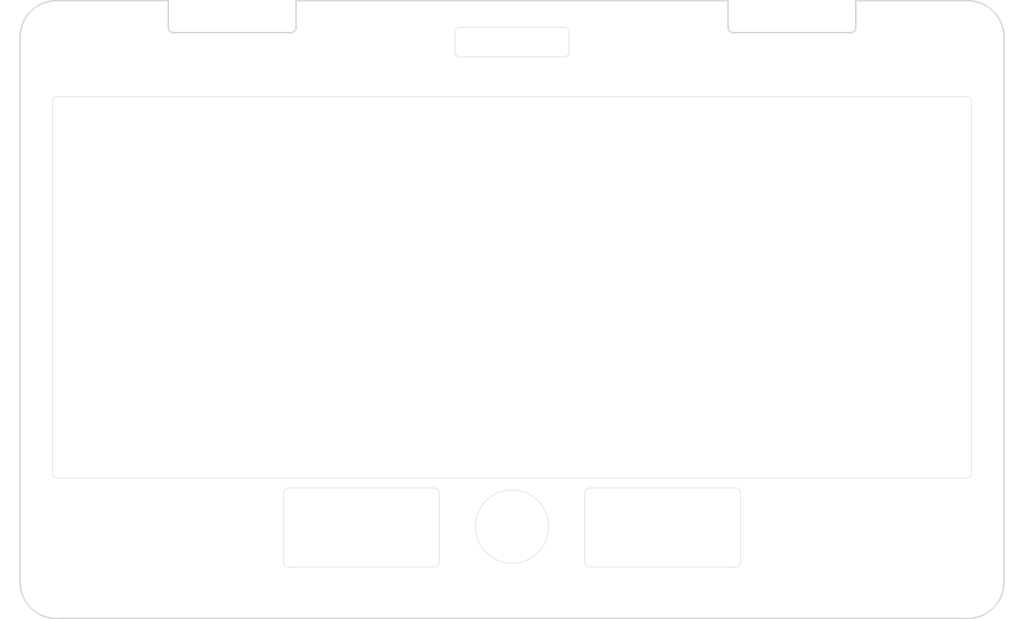
<source format=kicad_pcb>
(kicad_pcb (version 20221018) (generator pcbnew)
  (layers (0 "F.Cu" signal) (31 "B.Cu" signal) (34 "B.Paste" user) (35 "F.Paste" user) (36 "B.SilkS" user "B.Silkscreen") (37 "F.SilkS" user "F.Silkscreen") (38 "B.Mask" user) (39 "F.Mask" user) (44 "Edge.Cuts" user))
  (net 0 "")
  (footprint "MountingHole:MountingHole_2.2mm_M2" (layer "F.Cu") (at 235.05 150.8 180)
    (fp_text reference "REF**" hide)
    (fp_text value "MountingHole_2.2mm_M2")
    (pad "" np_thru_hole circle (at 0 0 180) (size 2.2 2.2) (drill 2.2) (layers "*.Cu" "*.Mask"))
  )
  (footprint "MountingHole:MountingHole_2.2mm_M2" (layer "F.Cu") (at 45.65 35.75 180)
    (fp_text reference "REF**" hide)
    (fp_text value "MountingHole_2.2mm_M2")
    (pad "" np_thru_hole circle (at 0 0 180) (size 2.2 2.2) (drill 2.2) (layers "*.Cu" "*.Mask"))
  )
  (footprint "MountingHole:MountingHole_2.2mm_M2" (layer "F.Cu") (at 45.65 150.8 180)
    (fp_text reference "REF**" hide)
    (fp_text value "MountingHole_2.2mm_M2")
    (pad "" np_thru_hole circle (at 0 0 180) (size 2.2 2.2) (drill 2.2) (layers "*.Cu" "*.Mask"))
  )
  (footprint "MountingHole:MountingHole_2.2mm_M2" (layer "F.Cu") (at 235.05 35.75 180)
    (fp_text reference "REF**" hide)
    (fp_text value "MountingHole_2.2mm_M2")
    (pad "" np_thru_hole circle (at 0 0 180) (size 2.2 2.2) (drill 2.2) (layers "*.Cu" "*.Mask"))
  )
  (gr_line (start 40.820663 151.610438) (end 40.966897 151.940476) (stroke (width 0.264583)) (layer "Edge.Cuts"))
  (gr_line (start 70.888823 36.716802) (end 70.848249 36.690792) (stroke (width 0.264583)) (layer "Edge.Cuts"))
  (gr_line (start 210.136586 36.420689) (end 210.108706 36.459896) (stroke (width 0.264583)) (layer "Edge.Cuts"))
  (gr_line (start 210.208758 36.295121) (end 210.186675 36.338239) (stroke (width 0.264583)) (layer "Edge.Cuts"))
  (gr_line (start 209.409616 36.856408) (end 209.358832 36.860269) (stroke (width 0.264583)) (layer "Edge.Cuts"))
  (gr_line (start 71.355896 36.860269) (end 71.305113 36.856408) (stroke (width 0.264583)) (layer "Edge.Cuts"))
  (gr_line (start 239.585594 34.27699) (end 239.407589 33.962245) (stroke (width 0.264583)) (layer "Edge.Cuts"))
  (gr_line (start 184.475379 36.416363) (end 184.449228 36.374988) (stroke (width 0.264583)) (layer "Edge.Cuts"))
  (gr_line (start 156.2 129.6) (end 185.843754 129.6) (stroke (width 0.1)) (layer "Edge.Cuts"))
  (gr_line (start 96.114478 36.568662) (end 96.114478 36.568662) (stroke (width 0.264583)) (layer "Edge.Cuts"))
  (gr_line (start 40.257361 148.778568) (end 40.257361 148.778568) (stroke (width 0.264583)) (layer "Edge.Cuts"))
  (gr_line (start 184.403249 36.288851) (end 184.383488 36.244253) (stroke (width 0.264583)) (layer "Edge.Cuts"))
  (gr_line (start 41.129142 152.263171) (end 41.307148 152.577916) (stroke (width 0.264583)) (layer "Edge.Cuts"))
  (gr_line (start 235.55245 155.745259) (end 235.889223 155.61529) (stroke (width 0.264583)) (layer "Edge.Cuts"))
  (gr_line (start 46.206962 156.035076) (end 46.564615 156.097481) (stroke (width 0.264583)) (layer "Edge.Cuts"))
  (gr_line (start 185.159698 36.850612) (end 185.111366 36.842179) (stroke (width 0.264583)) (layer "Edge.Cuts"))
  (gr_line (start 70.412518 35.963818) (end 70.408657 35.913032) (stroke (width 0.264583)) (layer "Edge.Cuts"))
  (gr_line (start 96.180905 36.495325) (end 96.148672 36.532736) (stroke (width 0.264583)) (layer "Edge.Cuts"))
  (gr_line (start 185.111366 36.842179) (end 185.063617 36.831413) (stroke (width 0.264583)) (layer "Edge.Cuts"))
  (gr_line (start 95.834654 36.765677) (end 95.790053 36.78544) (stroke (width 0.264583)) (layer "Edge.Cuts"))
  (gr_line (start 47.657371 30.361576) (end 47.657371 30.361576) (stroke (width 0.264583)) (layer "Edge.Cuts"))
  (gr_arc (start 156.156246 145.7) (mid 155.435661 145.3834) (end 155.15 144.65) (stroke (width 0.1)) (layer "Edge.Cuts"))
  (gr_line (start 96.406142 35.911159) (end 96.402477 35.960412) (stroke (width 0.264583)) (layer "Edge.Cuts"))
  (gr_line (start 70.468036 36.205413) (end 70.452314 36.158948) (stroke (width 0.264583)) (layer "Edge.Cuts"))
  (gr_line (start 45.505192 30.681441) (end 45.162289 30.794896) (stroke (width 0.264583)) (layer "Edge.Cuts"))
  (gr_line (start 71.407355 36.86157) (end 71.407355 36.86157) (stroke (width 0.264583)) (layer "Edge.Cuts"))
  (gr_line (start 239.214075 152.884106) (end 239.407589 152.577916) (stroke (width 0.264583)) (layer "Edge.Cuts"))
  (gr_line (start 239.214075 33.656057) (end 239.005304 33.359031) (stroke (width 0.264583)) (layer "Edge.Cuts"))
  (gr_line (start 240.448271 149.145516) (end 240.457366 148.778568) (stroke (width 0.264583)) (layer "Edge.Cuts"))
  (gr_line (start 70.734981 36.601796) (end 70.700252 36.568685) (stroke (width 0.264583)) (layer "Edge.Cuts"))
  (gr_line (start 234.150123 156.097481) (end 234.507777 156.035076) (stroke (width 0.264583)) (layer "Edge.Cuts"))
  (gr_line (start 42.424781 154.011173) (end 42.690681 154.264212) (stroke (width 0.264583)) (layer "Edge.Cuts"))
  (gr_line (start 239.005304 33.359031) (end 238.781525 33.071774) (stroke (width 0.264583)) (layer "Edge.Cuts"))
  (gr_line (start 70.407371 30.361576) (end 47.657371 30.361576) (stroke (width 0.264583)) (layer "Edge.Cuts"))
  (gr_line (start 184.924684 36.785452) (end 184.880084 36.76569) (stroke (width 0.264583)) (layer "Edge.Cuts"))
  (gr_line (start 96.041131 36.63509) (end 96.002312 36.665331) (stroke (width 0.264583)) (layer "Edge.Cuts"))
  (gr_line (start 210.186675 36.338239) (end 210.162597 36.380116) (stroke (width 0.264583)) (layer "Edge.Cuts"))
  (gr_line (start 41.307148 33.962245) (end 41.129142 34.27699) (stroke (width 0.264583)) (layer "Edge.Cuts"))
  (gr_arc (start 185.843754 129.6) (mid 186.565061 129.915907) (end 186.85 130.65) (stroke (width 0.1)) (layer "Edge.Cuts"))
  (gr_line (start 184.793943 36.719709) (end 184.752566 36.693557) (stroke (width 0.264583)) (layer "Edge.Cuts"))
  (gr_line (start 41.307148 152.577916) (end 41.500662 152.884106) (stroke (width 0.264583)) (layer "Edge.Cuts"))
  (gr_line (start 185.307368 36.86157) (end 185.257781 36.860341) (stroke (width 0.264583)) (layer "Edge.Cuts"))
  (gr_line (start 70.973818 36.762963) (end 70.9307 36.74088) (stroke (width 0.264583)) (layer "Edge.Cuts"))
  (gr_line (start 210.302203 35.963818) (end 210.295844 36.013865) (stroke (width 0.264583)) (layer "Edge.Cuts"))
  (gr_line (start 236.541954 155.306814) (end 236.856699 155.12881) (stroke (width 0.264583)) (layer "Edge.Cuts"))
  (gr_arc (start 150.943754 35.75) (mid 151.665061 36.065907) (end 151.95 36.8) (stroke (width 0.1)) (layer "Edge.Cuts"))
  (gr_line (start 184.308597 35.911159) (end 184.307368 35.86157) (stroke (width 0.264583)) (layer "Edge.Cuts"))
  (gr_line (start 94.9 129.6) (end 124.543754 129.6) (stroke (width 0.1)) (layer "Edge.Cuts"))
  (gr_line (start 240.457366 148.778568) (end 240.457366 148.778568) (stroke (width 0.264583)) (layer "Edge.Cuts"))
  (gr_line (start 71.063525 36.800893) (end 71.018114 36.782988) (stroke (width 0.264583)) (layer "Edge.Cuts"))
  (gr_line (start 95.651116 36.831407) (end 95.603365 36.842175) (stroke (width 0.264583)) (layer "Edge.Cuts"))
  (gr_line (start 235.209547 30.681441) (end 234.86112 30.584751) (stroke (width 0.264583)) (layer "Edge.Cuts"))
  (gr_line (start 209.905687 36.662912) (end 209.866481 36.690792) (stroke (width 0.264583)) (layer "Edge.Cuts"))
  (gr_line (start 237.459914 31.813637) (end 237.162888 31.604864) (stroke (width 0.264583)) (layer "Edge.Cuts"))
  (gr_line (start 71.407355 36.86157) (end 71.355896 36.860269) (stroke (width 0.264583)) (layer "Edge.Cuts"))
  (gr_line (start 70.578142 36.420689) (end 70.552131 36.380116) (stroke (width 0.264583)) (layer "Edge.Cuts"))
  (gr_line (start 238.542992 153.745273) (end 238.781525 153.468391) (stroke (width 0.264583)) (layer "Edge.Cuts"))
  (gr_line (start 47.657371 30.361576) (end 47.290426 30.370671) (stroke (width 0.264583)) (layer "Edge.Cuts"))
  (gr_line (start 95.407355 36.86157) (end 71.407355 36.86157) (stroke (width 0.264583)) (layer "Edge.Cuts"))
  (gr_line (start 46.564615 30.442673) (end 46.206962 30.505078) (stroke (width 0.264583)) (layer "Edge.Cuts"))
  (gr_line (start 71.157443 36.830089) (end 71.109989 36.816614) (stroke (width 0.264583)) (layer "Edge.Cuts"))
  (gr_arc (start 93.85 130.606246) (mid 94.165907 129.884938) (end 94.9 129.6) (stroke (width 0.1)) (layer "Edge.Cuts"))
  (gr_line (start 45.505192 155.858714) (end 45.853618 155.955403) (stroke (width 0.264583)) (layer "Edge.Cuts"))
  (gr_line (start 210.306064 35.913032) (end 210.302203 35.963818) (stroke (width 0.264583)) (layer "Edge.Cuts"))
  (gr_line (start 70.427672 36.063111) (end 70.418878 36.013865) (stroke (width 0.264583)) (layer "Edge.Cuts"))
  (gr_arc (start 233.85 126.593754) (mid 233.5334 127.314339) (end 232.8 127.6) (stroke (width 0.1)) (layer "Edge.Cuts"))
  (gr_line (start 235.889223 155.61529) (end 236.21926 155.469058) (stroke (width 0.264583)) (layer "Edge.Cuts"))
  (gr_line (start 95.698202 36.818339) (end 95.651116 36.831407) (stroke (width 0.264583)) (layer "Edge.Cuts"))
  (gr_line (start 46.206962 30.505078) (end 45.853618 30.584751) (stroke (width 0.264583)) (layer "Edge.Cuts"))
  (gr_line (start 96.396411 36.009246) (end 96.387978 36.057579) (stroke (width 0.264583)) (layer "Edge.Cuts"))
  (gr_line (start 46.925972 30.397787) (end 46.564615 30.442673) (stroke (width 0.264583)) (layer "Edge.Cuts"))
  (gr_line (start 95.790053 36.78544) (end 95.744542 36.803005) (stroke (width 0.264583)) (layer "Edge.Cuts"))
  (gr_line (start 233.057365 156.178578) (end 233.42431 156.169483) (stroke (width 0.264583)) (layer "Edge.Cuts"))
  (gr_line (start 210.26241 36.158948) (end 210.246689 36.205413) (stroke (width 0.264583)) (layer "Edge.Cuts"))
  (gr_line (start 184.425174 36.332456) (end 184.403249 36.288851) (stroke (width 0.264583)) (layer "Edge.Cuts"))
  (gr_line (start 240.313862 150.228986) (end 240.376268 149.871331) (stroke (width 0.264583)) (layer "Edge.Cuts"))
  (gr_line (start 70.485941 36.250825) (end 70.468036 36.205413) (stroke (width 0.264583)) (layer "Edge.Cuts"))
  (gr_line (start 40.577234 150.930759) (end 40.690691 151.273663) (stroke (width 0.264583)) (layer "Edge.Cuts"))
  (gr_line (start 40.690691 35.266496) (end 40.577234 35.609399) (stroke (width 0.264583)) (layer "Edge.Cuts"))
  (gr_line (start 184.307368 35.86157) (end 184.307368 35.86157) (stroke (width 0.264583)) (layer "Edge.Cuts"))
  (gr_line (start 184.318327 36.009243) (end 184.312262 35.960411) (stroke (width 0.264583)) (layer "Edge.Cuts"))
  (gr_line (start 96.387978 36.057579) (end 96.377211 36.10533) (stroke (width 0.264583)) (layer "Edge.Cuts"))
  (gr_line (start 240.234188 35.957825) (end 240.137498 35.609399) (stroke (width 0.264583)) (layer "Edge.Cuts"))
  (gr_line (start 40.577234 35.609399) (end 40.480543 35.957825) (stroke (width 0.264583)) (layer "Edge.Cuts"))
  (gr_line (start 238.024054 32.275954) (end 237.747172 32.037418) (stroke (width 0.264583)) (layer "Edge.Cuts"))
  (gr_line (start 184.533832 36.495316) (end 184.503591 36.456499) (stroke (width 0.264583)) (layer "Edge.Cuts"))
  (gr_line (start 185.257781 36.860341) (end 185.20853 36.856677) (stroke (width 0.264583)) (layer "Edge.Cuts"))
  (gr_line (start 150.943754 35.75) (end 129.8 35.75) (stroke (width 0.1)) (layer "Edge.Cuts"))
  (gr_line (start 70.438839 36.111493) (end 70.427672 36.063111) (stroke (width 0.264583)) (layer "Edge.Cuts"))
  (gr_line (start 42.967564 154.502746) (end 43.254822 154.726525) (stroke (width 0.264583)) (layer "Edge.Cuts"))
  (gr_line (start 47.657371 156.178578) (end 47.657371 156.178578) (stroke (width 0.264583)) (layer "Edge.Cuts"))
  (gr_line (start 234.507777 30.505078) (end 234.150123 30.442673) (stroke (width 0.264583)) (layer "Edge.Cuts"))
  (gr_line (start 40.338461 149.871331) (end 40.400868 150.228986) (stroke (width 0.264583)) (layer "Edge.Cuts"))
  (gr_line (start 210.014478 36.568685) (end 209.979749 36.601796) (stroke (width 0.264583)) (layer "Edge.Cuts"))
  (gr_line (start 70.418878 36.013865) (end 70.412518 35.963818) (stroke (width 0.264583)) (layer "Edge.Cuts"))
  (gr_line (start 95.744542 36.803005) (end 95.698202 36.818339) (stroke (width 0.264583)) (layer "Edge.Cuts"))
  (gr_line (start 44.825515 155.61529) (end 45.162289 155.745259) (stroke (width 0.264583)) (layer "Edge.Cuts"))
  (gr_line (start 184.32676 36.057575) (end 184.318327 36.009243) (stroke (width 0.264583)) (layer "Edge.Cuts"))
  (gr_line (start 70.528052 36.338239) (end 70.505968 36.295121) (stroke (width 0.264583)) (layer "Edge.Cuts"))
  (gr_line (start 233.788765 30.397787) (end 233.42431 30.370671) (stroke (width 0.264583)) (layer "Edge.Cuts"))
  (gr_line (start 209.358832 36.860269) (end 209.307372 36.86157) (stroke (width 0.264583)) (layer "Edge.Cuts"))
  (gr_line (start 70.635709 36.497672) (end 70.606022 36.459896) (stroke (width 0.264583)) (layer "Edge.Cuts"))
  (gr_line (start 210.275885 36.111493) (end 210.26241 36.158948) (stroke (width 0.264583)) (layer "Edge.Cuts"))
  (gr_arc (start 125.55 144.693754) (mid 125.234093 145.415062) (end 124.5 145.7) (stroke (width 0.1)) (layer "Edge.Cuts"))
  (gr_line (start 96.239357 36.416375) (end 96.211145 36.456511) (stroke (width 0.264583)) (layer "Edge.Cuts"))
  (gr_line (start 236.856699 155.12881) (end 237.162888 154.935296) (stroke (width 0.264583)) (layer "Edge.Cuts"))
  (gr_line (start 41.709434 33.359031) (end 41.500662 33.656057) (stroke (width 0.264583)) (layer "Edge.Cuts"))
  (gr_line (start 46.925972 156.142367) (end 47.290426 156.169483) (stroke (width 0.264583)) (layer "Edge.Cuts"))
  (gr_line (start 47.290426 30.370671) (end 46.925972 30.397787) (stroke (width 0.264583)) (layer "Edge.Cuts"))
  (gr_line (start 41.500662 152.884106) (end 41.709434 153.181133) (stroke (width 0.264583)) (layer "Edge.Cuts"))
  (gr_line (start 47.657371 156.178578) (end 233.057365 156.178578) (stroke (width 0.264583)) (layer "Edge.Cuts"))
  (gr_line (start 184.312262 35.960411) (end 184.308597 35.911159) (stroke (width 0.264583)) (layer "Edge.Cuts"))
  (gr_line (start 233.85 51) (end 233.85 126.593754) (stroke (width 0.1)) (layer "Edge.Cuts"))
  (gr_line (start 70.505968 36.295121) (end 70.485941 36.250825) (stroke (width 0.264583)) (layer "Edge.Cuts"))
  (gr_line (start 151.95 40.843754) (end 151.95 36.8) (stroke (width 0.1)) (layer "Edge.Cuts"))
  (gr_line (start 96.114478 36.568662) (end 96.078547 36.602856) (stroke (width 0.264583)) (layer "Edge.Cuts"))
  (gr_line (start 233.057365 156.178578) (end 233.057365 156.178578) (stroke (width 0.264583)) (layer "Edge.Cuts"))
  (gr_line (start 184.673609 36.635099) (end 184.636193 36.602861) (stroke (width 0.264583)) (layer "Edge.Cuts"))
  (gr_line (start 185.063617 36.831413) (end 185.016532 36.818347) (stroke (width 0.264583)) (layer "Edge.Cuts"))
  (gr_line (start 96.331248 36.244264) (end 96.311487 36.288864) (stroke (width 0.264583)) (layer "Edge.Cuts"))
  (gr_line (start 240.457366 37.76157) (end 240.457366 37.76157) (stroke (width 0.264583)) (layer "Edge.Cuts"))
  (gr_line (start 70.66714 36.533956) (end 70.635709 36.497672) (stroke (width 0.264583)) (layer "Edge.Cuts"))
  (gr_line (start 184.365924 36.198745) (end 184.350593 36.152407) (stroke (width 0.264583)) (layer "Edge.Cuts"))
  (gr_line (start 95.878262 36.743751) (end 95.834654 36.765677) (stroke (width 0.264583)) (layer "Edge.Cuts"))
  (gr_line (start 40.266456 37.394628) (end 40.257361 37.76157) (stroke (width 0.264583)) (layer "Edge.Cuts"))
  (gr_line (start 70.9307 36.74088) (end 70.888823 36.716802) (stroke (width 0.264583)) (layer "Edge.Cuts"))
  (gr_line (start 209.508907 36.841255) (end 209.459662 36.850048) (stroke (width 0.264583)) (layer "Edge.Cuts"))
  (gr_line (start 70.552131 36.380116) (end 70.528052 36.338239) (stroke (width 0.264583)) (layer "Edge.Cuts"))
  (gr_line (start 43.551848 154.935296) (end 43.858038 155.12881) (stroke (width 0.264583)) (layer "Edge.Cuts"))
  (gr_line (start 96.407371 35.86157) (end 96.407371 35.86157) (stroke (width 0.264583)) (layer "Edge.Cuts"))
  (gr_line (start 239.585594 152.263171) (end 239.747839 151.940476) (stroke (width 0.264583)) (layer "Edge.Cuts"))
  (gr_arc (start 47.856246 127.604947) (mid 47.136951 127.305462) (end 46.8401 126.585075) (stroke (width 0.1)) (layer "Edge.Cuts"))
  (gr_line (start 240.421155 37.030176) (end 240.376268 36.66882) (stroke (width 0.264583)) (layer "Edge.Cuts"))
  (gr_line (start 240.313862 36.311168) (end 240.234188 35.957825) (stroke (width 0.264583)) (layer "Edge.Cuts"))
  (gr_line (start 239.747839 34.599685) (end 239.585594 34.27699) (stroke (width 0.264583)) (layer "Edge.Cuts"))
  (gr_line (start 70.771266 36.633226) (end 70.734981 36.601796) (stroke (width 0.264583)) (layer "Edge.Cuts"))
  (gr_arc (start 129.756246 41.85) (mid 129.034939 41.534093) (end 128.75 40.8) (stroke (width 0.1)) (layer "Edge.Cuts"))
  (gr_line (start 41.933212 153.468391) (end 42.171745 153.745273) (stroke (width 0.264583)) (layer "Edge.Cuts"))
  (gr_line (start 233.42431 30.370671) (end 233.057365 30.361576) (stroke (width 0.264583)) (layer "Edge.Cuts"))
  (gr_line (start 184.880084 36.76569) (end 184.836476 36.743765) (stroke (width 0.264583)) (layer "Edge.Cuts"))
  (gr_line (start 96.407371 30.361576) (end 96.407371 35.86157) (stroke (width 0.264583)) (layer "Edge.Cuts"))
  (gr_line (start 96.407371 35.86157) (end 96.406142 35.911159) (stroke (width 0.264583)) (layer "Edge.Cuts"))
  (gr_line (start 40.293573 37.030176) (end 40.266456 37.394628) (stroke (width 0.264583)) (layer "Edge.Cuts"))
  (gr_line (start 95.456945 36.860341) (end 95.407355 36.86157) (stroke (width 0.264583)) (layer "Edge.Cuts"))
  (gr_line (start 43.551848 31.604864) (end 43.254822 31.813637) (stroke (width 0.264583)) (layer "Edge.Cuts"))
  (gr_line (start 240.376268 36.66882) (end 240.313862 36.311168) (stroke (width 0.264583)) (layer "Edge.Cuts"))
  (gr_line (start 70.606022 36.459896) (end 70.578142 36.420689) (stroke (width 0.264583)) (layer "Edge.Cuts"))
  (gr_line (start 40.257361 37.76157) (end 40.257361 37.76157) (stroke (width 0.264583)) (layer "Edge.Cuts"))
  (gr_line (start 45.853618 30.584751) (end 45.505192 30.681441) (stroke (width 0.264583)) (layer "Edge.Cuts"))
  (gr_line (start 240.457366 148.778568) (end 240.457366 37.76157) (stroke (width 0.264583)) (layer "Edge.Cuts"))
  (gr_line (start 239.894072 151.610438) (end 240.024042 151.273663) (stroke (width 0.264583)) (layer "Edge.Cuts"))
  (gr_line (start 129.756246 41.85) (end 150.9 41.85) (stroke (width 0.1)) (layer "Edge.Cuts"))
  (gr_line (start 239.005304 153.181133) (end 239.214075 152.884106) (stroke (width 0.264583)) (layer "Edge.Cuts"))
  (gr_line (start 209.825908 36.716802) (end 209.784031 36.74088) (stroke (width 0.264583)) (layer "Edge.Cuts"))
  (gr_line (start 96.364144 36.152415) (end 96.348812 36.198754) (stroke (width 0.264583)) (layer "Edge.Cuts"))
  (gr_line (start 71.205823 36.841255) (end 71.157443 36.830089) (stroke (width 0.264583)) (layer "Edge.Cuts"))
  (gr_line (start 240.376268 149.871331) (end 240.421155 149.509972) (stroke (width 0.264583)) (layer "Edge.Cuts"))
  (gr_line (start 184.712428 36.665342) (end 184.673609 36.635099) (stroke (width 0.264583)) (layer "Edge.Cuts"))
  (gr_line (start 42.424781 32.528996) (end 42.424781 32.528996) (stroke (width 0.264583)) (layer "Edge.Cuts"))
  (gr_line (start 43.254822 31.813637) (end 42.967564 32.037418) (stroke (width 0.264583)) (layer "Edge.Cuts"))
  (gr_line (start 209.943464 36.633226) (end 209.905687 36.662912) (stroke (width 0.264583)) (layer "Edge.Cuts"))
  (gr_line (start 234.86112 155.955403) (end 235.209547 155.858714) (stroke (width 0.264583)) (layer "Edge.Cuts"))
  (gr_line (start 43.254822 154.726525) (end 43.551848 154.935296) (stroke (width 0.264583)) (layer "Edge.Cuts"))
  (gr_line (start 70.848249 36.690792) (end 70.809043 36.662912) (stroke (width 0.264583)) (layer "Edge.Cuts"))
  (gr_line (start 185.8 145.7) (end 156.156246 145.7) (stroke (width 0.1)) (layer "Edge.Cuts"))
  (gr_line (start 240.137498 150.930759) (end 240.234188 150.582331) (stroke (width 0.264583)) (layer "Edge.Cuts"))
  (gr_line (start 238.289954 32.528996) (end 238.024054 32.275954) (stroke (width 0.264583)) (layer "Edge.Cuts"))
  (gr_line (start 70.452314 36.158948) (end 70.438839 36.111493) (stroke (width 0.264583)) (layer "Edge.Cuts"))
  (gr_line (start 184.350593 36.152407) (end 184.337527 36.105324) (stroke (width 0.264583)) (layer "Edge.Cuts"))
  (gr_line (start 239.894072 34.929722) (end 239.747839 34.599685) (stroke (width 0.264583)) (layer "Edge.Cuts"))
  (gr_line (start 42.690681 32.275954) (end 42.424781 32.528996) (stroke (width 0.264583)) (layer "Edge.Cuts"))
  (gr_line (start 209.784031 36.74088) (end 209.740913 36.762963) (stroke (width 0.264583)) (layer "Edge.Cuts"))
  (gr_line (start 209.307372 36.86157) (end 209.307372 36.86157) (stroke (width 0.264583)) (layer "Edge.Cuts"))
  (gr_line (start 209.696617 36.782988) (end 209.651205 36.800893) (stroke (width 0.264583)) (layer "Edge.Cuts"))
  (gr_line (start 238.781525 33.071774) (end 238.542992 32.794894) (stroke (width 0.264583)) (layer "Edge.Cuts"))
  (gr_line (start 210.307365 35.86157) (end 210.306064 35.913032) (stroke (width 0.264583)) (layer "Edge.Cuts"))
  (gr_line (start 40.266456 149.145516) (end 40.293573 149.509972) (stroke (width 0.264583)) (layer "Edge.Cuts"))
  (gr_line (start 42.171745 32.794894) (end 41.933212 33.071774) (stroke (width 0.264583)) (layer "Edge.Cuts"))
  (gr_line (start 209.604741 36.816614) (end 209.557288 36.830089) (stroke (width 0.264583)) (layer "Edge.Cuts"))
  (gr_line (start 124.5 145.7) (end 94.856246 145.7) (stroke (width 0.1)) (layer "Edge.Cuts"))
  (gr_line (start 42.690681 154.264212) (end 42.967564 154.502746) (stroke (width 0.264583)) (layer "Edge.Cuts"))
  (gr_line (start 96.002312 36.665331) (end 95.962174 36.693544) (stroke (width 0.264583)) (layer "Edge.Cuts"))
  (gr_line (start 95.962174 36.693544) (end 95.920796 36.719695) (stroke (width 0.264583)) (layer "Edge.Cuts"))
  (gr_line (start 237.747172 154.502746) (end 238.024054 154.264212) (stroke (width 0.264583)) (layer "Edge.Cuts"))
  (gr_line (start 210.162597 36.380116) (end 210.136586 36.420689) (stroke (width 0.264583)) (layer "Edge.Cuts"))
  (gr_arc (start 46.8401 50.931227) (mid 47.159173 50.209617) (end 47.895047 49.924981) (stroke (width 0.1)) (layer "Edge.Cuts"))
  (gr_line (start 40.257361 148.778568) (end 40.266456 149.145516) (stroke (width 0.264583)) (layer "Edge.Cuts"))
  (gr_line (start 40.690691 151.273663) (end 40.820663 151.610438) (stroke (width 0.264583)) (layer "Edge.Cuts"))
  (gr_line (start 40.400868 36.311168) (end 40.338461 36.66882) (stroke (width 0.264583)) (layer "Edge.Cuts"))
  (gr_line (start 238.289954 154.011173) (end 238.289954 154.011173) (stroke (width 0.264583)) (layer "Edge.Cuts"))
  (gr_line (start 209.307372 36.86157) (end 185.307368 36.86157) (stroke (width 0.264583)) (layer "Edge.Cuts"))
  (gr_line (start 233.42431 156.169483) (end 233.788765 156.142367) (stroke (width 0.264583)) (layer "Edge.Cuts"))
  (gr_line (start 70.700252 36.568685) (end 70.66714 36.533956) (stroke (width 0.264583)) (layer "Edge.Cuts"))
  (gr_line (start 96.211145 36.456511) (end 96.180905 36.495325) (stroke (width 0.264583)) (layer "Edge.Cuts"))
  (gr_line (start 41.500662 33.656057) (end 41.307148 33.962245) (stroke (width 0.264583)) (layer "Edge.Cuts"))
  (gr_line (start 186.85 130.65) (end 186.85 144.693754) (stroke (width 0.1)) (layer "Edge.Cuts"))
  (gr_line (start 47.290426 156.169483) (end 47.657371 156.178578) (stroke (width 0.264583)) (layer "Edge.Cuts"))
  (gr_line (start 40.966897 34.599685) (end 40.820663 34.929722) (stroke (width 0.264583)) (layer "Edge.Cuts"))
  (gr_line (start 184.636193 36.602861) (end 184.600261 36.568662) (stroke (width 0.264583)) (layer "Edge.Cuts"))
  (gr_line (start 238.024054 154.264212) (end 238.289954 154.011173) (stroke (width 0.264583)) (layer "Edge.Cuts"))
  (gr_line (start 185.20853 36.856677) (end 185.159698 36.850612) (stroke (width 0.264583)) (layer "Edge.Cuts"))
  (gr_line (start 210.295844 36.013865) (end 210.287051 36.063111) (stroke (width 0.264583)) (layer "Edge.Cuts"))
  (gr_line (start 184.449228 36.374988) (end 184.425174 36.332456) (stroke (width 0.264583)) (layer "Edge.Cuts"))
  (gr_line (start 42.171745 153.745273) (end 42.424781 154.011173) (stroke (width 0.264583)) (layer "Edge.Cuts"))
  (gr_line (start 96.265507 36.375001) (end 96.239357 36.416375) (stroke (width 0.264583)) (layer "Edge.Cuts"))
  (gr_line (start 96.348812 36.198754) (end 96.331248 36.244264) (stroke (width 0.264583)) (layer "Edge.Cuts"))
  (gr_line (start 238.289954 32.528996) (end 238.289954 32.528996) (stroke (width 0.264583)) (layer "Edge.Cuts"))
  (gr_line (start 210.307365 30.361576) (end 210.307365 35.86157) (stroke (width 0.264583)) (layer "Edge.Cuts"))
  (gr_line (start 71.018114 36.782988) (end 70.973818 36.762963) (stroke (width 0.264583)) (layer "Edge.Cuts"))
  (gr_line (start 40.966897 151.940476) (end 41.129142 152.263171) (stroke (width 0.264583)) (layer "Edge.Cuts"))
  (gr_line (start 210.047589 36.533956) (end 210.014478 36.568685) (stroke (width 0.264583)) (layer "Edge.Cuts"))
  (gr_line (start 42.424781 32.528996) (end 42.171745 32.794894) (stroke (width 0.264583)) (layer "Edge.Cuts"))
  (gr_line (start 70.809043 36.662912) (end 70.771266 36.633226) (stroke (width 0.264583)) (layer "Edge.Cuts"))
  (gr_arc (start 232.843754 49.924981) (mid 233.569521 50.25409) (end 233.85 51) (stroke (width 0.1)) (layer "Edge.Cuts"))
  (gr_line (start 40.338461 36.66882) (end 40.293573 37.030176) (stroke (width 0.264583)) (layer "Edge.Cuts"))
  (gr_circle (center 140.35 137.45) (end 147.8 137.45) (stroke (width 0.1)) (fill none) (layer "Edge.Cuts"))
  (gr_line (start 240.024042 35.266496) (end 239.894072 34.929722) (stroke (width 0.264583)) (layer "Edge.Cuts"))
  (gr_line (start 184.600261 36.568662) (end 184.566066 36.532731) (stroke (width 0.264583)) (layer "Edge.Cuts"))
  (gr_line (start 42.424781 154.011173) (end 42.424781 154.011173) (stroke (width 0.264583)) (layer "Edge.Cuts"))
  (gr_line (start 70.407355 35.86157) (end 70.407371 30.361576) (stroke (width 0.264583)) (layer "Edge.Cuts"))
  (gr_arc (start 155.15 130.606246) (mid 155.465907 129.884938) (end 156.2 129.6) (stroke (width 0.1)) (layer "Edge.Cuts"))
  (gr_line (start 95.407355 36.86157) (end 95.407355 36.86157) (stroke (width 0.264583)) (layer "Edge.Cuts"))
  (gr_line (start 96.377211 36.10533) (end 96.364144 36.152415) (stroke (width 0.264583)) (layer "Edge.Cuts"))
  (gr_line (start 234.507777 156.035076) (end 234.86112 155.955403) (stroke (width 0.264583)) (layer "Edge.Cuts"))
  (gr_line (start 209.651205 36.800893) (end 209.604741 36.816614) (stroke (width 0.264583)) (layer "Edge.Cuts"))
  (gr_line (start 233.057365 30.361576) (end 210.307365 30.361576) (stroke (width 0.264583)) (layer "Edge.Cuts"))
  (gr_line (start 44.172783 155.306814) (end 44.495478 155.469058) (stroke (width 0.264583)) (layer "Edge.Cuts"))
  (gr_line (start 236.856699 31.411349) (end 236.541954 31.233343) (stroke (width 0.264583)) (layer "Edge.Cuts"))
  (gr_line (start 236.21926 31.071099) (end 235.889223 30.924866) (stroke (width 0.264583)) (layer "Edge.Cuts"))
  (gr_line (start 240.421155 149.509972) (end 240.448271 149.145516) (stroke (width 0.264583)) (layer "Edge.Cuts"))
  (gr_line (start 233.057365 30.361576) (end 233.057365 30.361576) (stroke (width 0.264583)) (layer "Edge.Cuts"))
  (gr_line (start 240.234188 150.582331) (end 240.313862 150.228986) (stroke (width 0.264583)) (layer "Edge.Cuts"))
  (gr_line (start 95.920796 36.719695) (end 95.878262 36.743751) (stroke (width 0.264583)) (layer "Edge.Cuts"))
  (gr_line (start 234.150123 30.442673) (end 233.788765 30.397787) (stroke (width 0.264583)) (layer "Edge.Cuts"))
  (gr_line (start 239.407589 152.577916) (end 239.585594 152.263171) (stroke (width 0.264583)) (layer "Edge.Cuts"))
  (gr_line (start 234.86112 30.584751) (end 234.507777 30.505078) (stroke (width 0.264583)) (layer "Edge.Cuts"))
  (gr_line (start 236.21926 155.469058) (end 236.541954 155.306814) (stroke (width 0.264583)) (layer "Edge.Cuts"))
  (gr_line (start 210.079019 36.497672) (end 210.047589 36.533956) (stroke (width 0.264583)) (layer "Edge.Cuts"))
  (gr_line (start 210.108706 36.459896) (end 210.079019 36.497672) (stroke (width 0.264583)) (layer "Edge.Cuts"))
  (gr_line (start 185.307368 36.86157) (end 185.307368 36.86157) (stroke (width 0.264583)) (layer "Edge.Cuts"))
  (gr_line (start 184.970194 36.803015) (end 184.924684 36.785452) (stroke (width 0.264583)) (layer "Edge.Cuts"))
  (gr_line (start 209.740913 36.762963) (end 209.696617 36.782988) (stroke (width 0.264583)) (layer "Edge.Cuts"))
  (gr_line (start 209.979749 36.601796) (end 209.943464 36.633226) (stroke (width 0.264583)) (layer "Edge.Cuts"))
  (gr_line (start 41.129142 34.27699) (end 40.966897 34.599685) (stroke (width 0.264583)) (layer "Edge.Cuts"))
  (gr_line (start 235.889223 30.924866) (end 235.55245 30.794896) (stroke (width 0.264583)) (layer "Edge.Cuts"))
  (gr_line (start 232.8 127.6) (end 47.856246 127.604947) (stroke (width 0.1)) (layer "Edge.Cuts"))
  (gr_line (start 184.836476 36.743765) (end 184.793943 36.719709) (stroke (width 0.264583)) (layer "Edge.Cuts"))
  (gr_line (start 95.555032 36.850609) (end 95.506197 36.856676) (stroke (width 0.264583)) (layer "Edge.Cuts"))
  (gr_arc (start 128.75 36.756246) (mid 129.065907 36.034938) (end 129.8 35.75) (stroke (width 0.1)) (layer "Edge.Cuts"))
  (gr_arc (start 94.856246 145.7) (mid 94.135661 145.3834) (end 93.85 144.65) (stroke (width 0.1)) (layer "Edge.Cuts"))
  (gr_line (start 235.55245 30.794896) (end 235.209547 30.681441) (stroke (width 0.264583)) (layer "Edge.Cuts"))
  (gr_line (start 96.402477 35.960412) (end 96.396411 36.009246) (stroke (width 0.264583)) (layer "Edge.Cuts"))
  (gr_line (start 239.407589 33.962245) (end 239.214075 33.656057) (stroke (width 0.264583)) (layer "Edge.Cuts"))
  (gr_line (start 237.747172 32.037418) (end 237.459914 31.813637) (stroke (width 0.264583)) (layer "Edge.Cuts"))
  (gr_line (start 184.307368 30.361576) (end 96.407371 30.361576) (stroke (width 0.264583)) (layer "Edge.Cuts"))
  (gr_line (start 40.293573 149.509972) (end 40.338461 149.871331) (stroke (width 0.264583)) (layer "Edge.Cuts"))
  (gr_line (start 209.459662 36.850048) (end 209.409616 36.856408) (stroke (width 0.264583)) (layer "Edge.Cuts"))
  (gr_line (start 184.503591 36.456499) (end 184.475379 36.416363) (stroke (width 0.264583)) (layer "Edge.Cuts"))
  (gr_line (start 45.853618 155.955403) (end 46.206962 156.035076) (stroke (width 0.264583)) (layer "Edge.Cuts"))
  (gr_arc (start 186.85 144.693754) (mid 186.534093 145.415062) (end 185.8 145.7) (stroke (width 0.1)) (layer "Edge.Cuts"))
  (gr_line (start 47.657371 156.178578) (end 47.657371 156.178578) (stroke (width 0.264583)) (layer "Edge.Cuts"))
  (gr_line (start 44.495478 31.071099) (end 44.172783 31.233343) (stroke (width 0.264583)) (layer "Edge.Cuts"))
  (gr_line (start 41.709434 153.181133) (end 41.933212 153.468391) (stroke (width 0.264583)) (layer "Edge.Cuts"))
  (gr_line (start 237.162888 154.935296) (end 237.459914 154.726525) (stroke (width 0.264583)) (layer "Edge.Cuts"))
  (gr_line (start 40.480543 35.957825) (end 40.400868 36.311168) (stroke (width 0.264583)) (layer "Edge.Cuts"))
  (gr_line (start 70.407355 35.86157) (end 70.407355 35.86157) (stroke (width 0.264583)) (layer "Edge.Cuts"))
  (gr_line (start 184.307368 35.86157) (end 184.307368 30.361576) (stroke (width 0.264583)) (layer "Edge.Cuts"))
  (gr_line (start 95.506197 36.856676) (end 95.456945 36.860341) (stroke (width 0.264583)) (layer "Edge.Cuts"))
  (gr_line (start 40.820663 34.929722) (end 40.690691 35.266496) (stroke (width 0.264583)) (layer "Edge.Cuts"))
  (gr_line (start 44.172783 31.233343) (end 43.858038 31.411349) (stroke (width 0.264583)) (layer "Edge.Cuts"))
  (gr_line (start 209.866481 36.690792) (end 209.825908 36.716802) (stroke (width 0.264583)) (layer "Edge.Cuts"))
  (gr_line (start 71.255067 36.850048) (end 71.205823 36.841255) (stroke (width 0.264583)) (layer "Edge.Cuts"))
  (gr_line (start 42.967564 32.037418) (end 42.690681 32.275954) (stroke (width 0.264583)) (layer "Edge.Cuts"))
  (gr_line (start 96.078547 36.602856) (end 96.041131 36.63509) (stroke (width 0.264583)) (layer "Edge.Cuts"))
  (gr_line (start 71.305113 36.856408) (end 71.255067 36.850048) (stroke (width 0.264583)) (layer "Edge.Cuts"))
  (gr_line (start 240.457366 37.76157) (end 240.448271 37.394628) (stroke (width 0.264583)) (layer "Edge.Cuts"))
  (gr_line (start 240.024042 151.273663) (end 240.137498 150.930759) (stroke (width 0.264583)) (layer "Edge.Cuts"))
  (gr_line (start 70.408657 35.913032) (end 70.407355 35.86157) (stroke (width 0.264583)) (layer "Edge.Cuts"))
  (gr_line (start 46.8401 126.585075) (end 46.8401 50.931227) (stroke (width 0.1)) (layer "Edge.Cuts"))
  (gr_line (start 43.858038 31.411349) (end 43.551848 31.604864) (stroke (width 0.264583)) (layer "Edge.Cuts"))
  (gr_line (start 40.257361 37.76157) (end 40.257361 148.778568) (stroke (width 0.264583)) (layer "Edge.Cuts"))
  (gr_line (start 128.75 36.756246) (end 128.75 40.8) (stroke (width 0.1)) (layer "Edge.Cuts"))
  (gr_line (start 235.209547 155.858714) (end 235.55245 155.745259) (stroke (width 0.264583)) (layer "Edge.Cuts"))
  (gr_line (start 238.781525 153.468391) (end 239.005304 153.181133) (stroke (width 0.264583)) (layer "Edge.Cuts"))
  (gr_line (start 240.448271 37.394628) (end 240.421155 37.030176) (stroke (width 0.264583)) (layer "Edge.Cuts"))
  (gr_line (start 233.788765 156.142367) (end 234.150123 156.097481) (stroke (width 0.264583)) (layer "Edge.Cuts"))
  (gr_line (start 96.289562 36.33247) (end 96.265507 36.375001) (stroke (width 0.264583)) (layer "Edge.Cuts"))
  (gr_line (start 71.109989 36.816614) (end 71.063525 36.800893) (stroke (width 0.264583)) (layer "Edge.Cuts"))
  (gr_line (start 96.148672 36.532736) (end 96.114478 36.568662) (stroke (width 0.264583)) (layer "Edge.Cuts"))
  (gr_line (start 209.557288 36.830089) (end 209.508907 36.841255) (stroke (width 0.264583)) (layer "Edge.Cuts"))
  (gr_line (start 125.55 130.65) (end 125.55 144.693754) (stroke (width 0.1)) (layer "Edge.Cuts"))
  (gr_line (start 93.85 130.606246) (end 93.85 144.65) (stroke (width 0.1)) (layer "Edge.Cuts"))
  (gr_line (start 210.228784 36.250825) (end 210.208758 36.295121) (stroke (width 0.264583)) (layer "Edge.Cuts"))
  (gr_line (start 43.858038 155.12881) (end 44.172783 155.306814) (stroke (width 0.264583)) (layer "Edge.Cuts"))
  (gr_line (start 47.895047 49.924981) (end 232.843754 49.924981) (stroke (width 0.1)) (layer "Edge.Cuts"))
  (gr_line (start 238.289954 154.011173) (end 238.542992 153.745273) (stroke (width 0.264583)) (layer "Edge.Cuts"))
  (gr_line (start 236.541954 31.233343) (end 236.21926 31.071099) (stroke (width 0.264583)) (layer "Edge.Cuts"))
  (gr_line (start 240.137498 35.609399) (end 240.024042 35.266496) (stroke (width 0.264583)) (layer "Edge.Cuts"))
  (gr_line (start 40.480543 150.582331) (end 40.577234 150.930759) (stroke (width 0.264583)) (layer "Edge.Cuts"))
  (gr_line (start 95.603365 36.842175) (end 95.555032 36.850609) (stroke (width 0.264583)) (layer "Edge.Cuts"))
  (gr_line (start 184.337527 36.105324) (end 184.32676 36.057575) (stroke (width 0.264583)) (layer "Edge.Cuts"))
  (gr_line (start 238.542992 32.794894) (end 238.289954 32.528996) (stroke (width 0.264583)) (layer "Edge.Cuts"))
  (gr_line (start 155.15 130.606246) (end 155.15 144.65) (stroke (width 0.1)) (layer "Edge.Cuts"))
  (gr_arc (start 124.543754 129.6) (mid 125.265061 129.915907) (end 125.55 130.65) (stroke (width 0.1)) (layer "Edge.Cuts"))
  (gr_line (start 237.162888 31.604864) (end 236.856699 31.411349) (stroke (width 0.264583)) (layer "Edge.Cuts"))
  (gr_line (start 41.933212 33.071774) (end 41.709434 33.359031) (stroke (width 0.264583)) (layer "Edge.Cuts"))
  (gr_line (start 184.752566 36.693557) (end 184.712428 36.665342) (stroke (width 0.264583)) (layer "Edge.Cuts"))
  (gr_line (start 46.564615 156.097481) (end 46.925972 156.142367) (stroke (width 0.264583)) (layer "Edge.Cuts"))
  (gr_line (start 210.246689 36.205413) (end 210.228784 36.250825) (stroke (width 0.264583)) (layer "Edge.Cuts"))
  (gr_line (start 184.566066 36.532731) (end 184.533832 36.495316) (stroke (width 0.264583)) (layer "Edge.Cuts"))
  (gr_line (start 44.825515 30.924866) (end 44.495478 31.071099) (stroke (width 0.264583)) (layer "Edge.Cuts"))
  (gr_line (start 45.162289 155.745259) (end 45.505192 155.858714) (stroke (width 0.264583)) (layer "Edge.Cuts"))
  (gr_line (start 184.600261 36.568662) (end 184.600261 36.568662) (stroke (width 0.264583)) (layer "Edge.Cuts"))
  (gr_line (start 239.747839 151.940476) (end 239.894072 151.610438) (stroke (width 0.264583)) (layer "Edge.Cuts"))
  (gr_arc (start 151.95 40.843754) (mid 151.634093 41.565062) (end 150.9 41.85) (stroke (width 0.1)) (layer "Edge.Cuts"))
  (gr_line (start 40.400868 150.228986) (end 40.480543 150.582331) (stroke (width 0.264583)) (layer "Edge.Cuts"))
  (gr_line (start 210.287051 36.063111) (end 210.275885 36.111493) (stroke (width 0.264583)) (layer "Edge.Cuts"))
  (gr_line (start 185.016532 36.818347) (end 184.970194 36.803015) (stroke (width 0.264583)) (layer "Edge.Cuts"))
  (gr_line (start 45.162289 30.794896) (end 44.825515 30.924866) (stroke (width 0.264583)) (layer "Edge.Cuts"))
  (gr_line (start 237.459914 154.726525) (end 237.747172 154.502746) (stroke (width 0.264583)) (layer "Edge.Cuts"))
  (gr_line (start 210.307365 35.86157) (end 210.307365 35.86157) (stroke (width 0.264583)) (layer "Edge.Cuts"))
  (gr_line (start 96.311487 36.288864) (end 96.289562 36.33247) (stroke (width 0.264583)) (layer "Edge.Cuts"))
  (gr_line (start 44.495478 155.469058) (end 44.825515 155.61529) (stroke (width 0.264583)) (layer "Edge.Cuts"))
  (gr_line (start 184.383488 36.244253) (end 184.365924 36.198745) (stroke (width 0.264583)) (layer "Edge.Cuts"))
)
</source>
